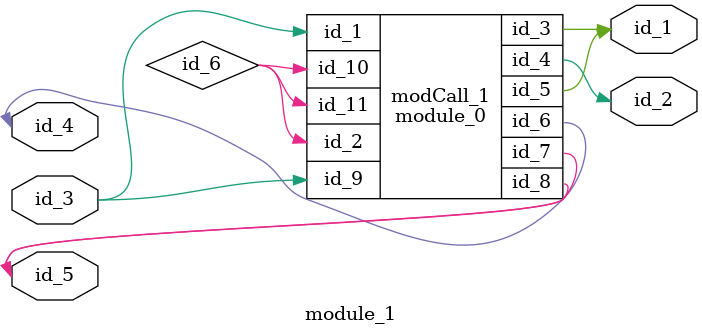
<source format=v>
module module_0 (
    id_1,
    id_2,
    id_3,
    id_4,
    id_5,
    id_6,
    id_7,
    id_8,
    id_9,
    id_10,
    id_11
);
  input wire id_11;
  input wire id_10;
  input wire id_9;
  inout wire id_8;
  inout wire id_7;
  output wire id_6;
  output wire id_5;
  output wire id_4;
  output wire id_3;
  input wire id_2;
  input wire id_1;
  wire id_12;
  wire id_13;
endmodule
module module_1 (
    id_1,
    id_2,
    id_3,
    id_4,
    id_5
);
  inout wire id_5;
  inout wire id_4;
  input wire id_3;
  output wire id_2;
  output wire id_1;
  wire id_6;
  module_0 modCall_1 (
      id_3,
      id_6,
      id_1,
      id_2,
      id_1,
      id_4,
      id_5,
      id_5,
      id_3,
      id_6,
      id_6
  );
endmodule

</source>
